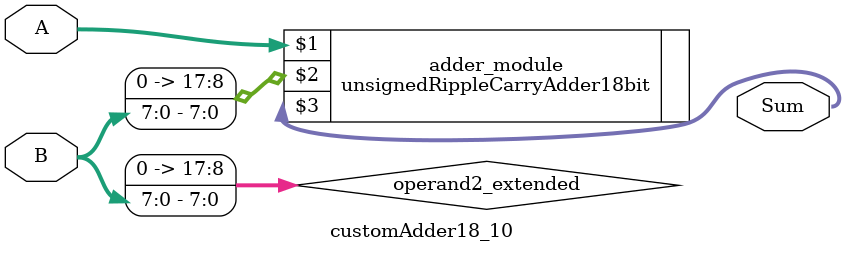
<source format=v>

module customAdder18_10(
                    input [17 : 0] A,
                    input [7 : 0] B,
                    
                    output [18 : 0] Sum
            );

    wire [17 : 0] operand2_extended;
    
    assign operand2_extended =  {10'b0, B};
    
    unsignedRippleCarryAdder18bit adder_module(
        A,
        operand2_extended,
        Sum
    );
    
endmodule
        
</source>
